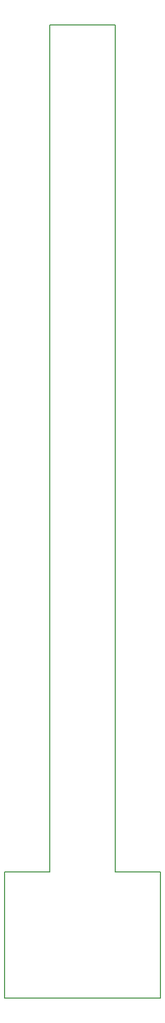
<source format=gbr>
G04 #@! TF.GenerationSoftware,KiCad,Pcbnew,(5.1.4)-1*
G04 #@! TF.CreationDate,2019-09-16T17:16:43+02:00*
G04 #@! TF.ProjectId,LED_Leiste,4c45445f-4c65-4697-9374-652e6b696361,rev?*
G04 #@! TF.SameCoordinates,Original*
G04 #@! TF.FileFunction,Profile,NP*
%FSLAX46Y46*%
G04 Gerber Fmt 4.6, Leading zero omitted, Abs format (unit mm)*
G04 Created by KiCad (PCBNEW (5.1.4)-1) date 2019-09-16 17:16:43*
%MOMM*%
%LPD*%
G04 APERTURE LIST*
%ADD10C,0.200000*%
G04 APERTURE END LIST*
D10*
X294500000Y-186000000D02*
X294500000Y-45000000D01*
X287000000Y-186000000D02*
X294500000Y-186000000D01*
X287000000Y-207000000D02*
X287000000Y-186000000D01*
X313000000Y-207000000D02*
X287000000Y-207000000D01*
X313000000Y-186000000D02*
X313000000Y-207000000D01*
X305500000Y-186000000D02*
X313000000Y-186000000D01*
X305500000Y-45000000D02*
X305500000Y-186000000D01*
X294500000Y-45000000D02*
X305500000Y-45000000D01*
M02*

</source>
